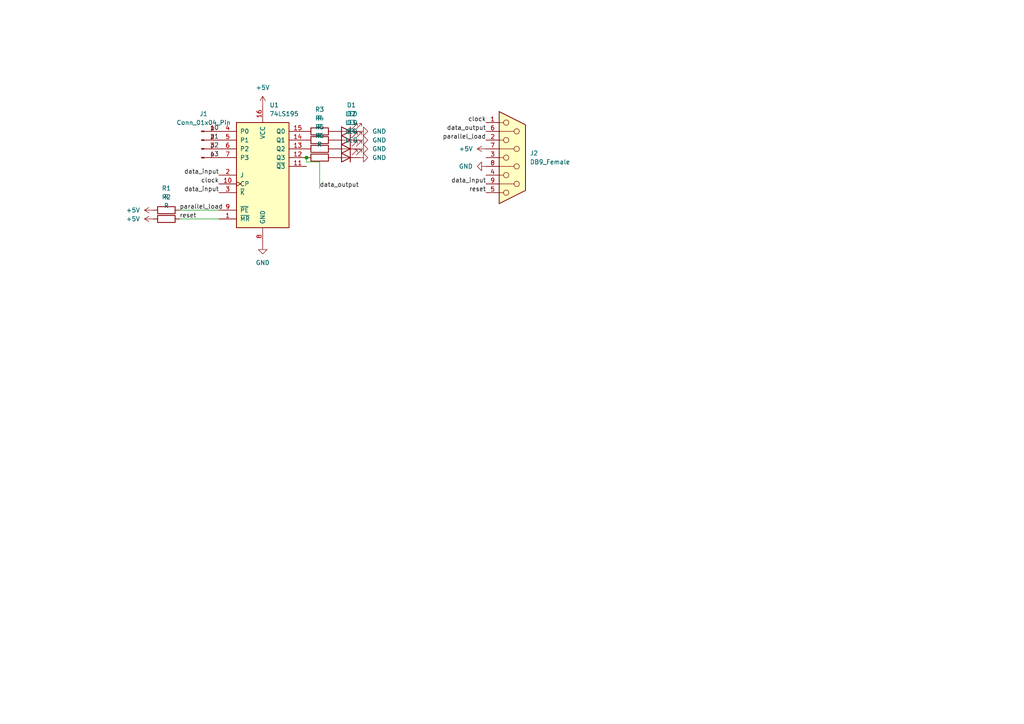
<source format=kicad_sch>
(kicad_sch (version 20230121) (generator eeschema)
  (paper "A4")
  (lib_symbols
    (symbol "74xx:74LS195" (pin_names (offset 1.016))
      (property "Reference" "U" (at -7.62 16.51 0))
      (property "Value" "74LS195" (at -7.62 -16.51 0))
      (symbol "74LS195_1_0"
        (pin input line (at -12.7 -12.7 0) (length 5.08) (name "~{MR}") (number "1"))
        (pin input clock (at -12.7 -2.54 0) (length 5.08) (name "CP") (number "10"))
        (pin output line (at 12.7 2.54 180) (length 5.08) (name "~{Q3}") (number "11"))
        (pin output line (at 12.7 5.08 180) (length 5.08) (name "Q3") (number "12"))
        (pin output line (at 12.7 7.62 180) (length 5.08) (name "Q2") (number "13"))
        (pin output line (at 12.7 10.16 180) (length 5.08) (name "Q1") (number "14"))
        (pin output line (at 12.7 12.7 180) (length 5.08) (name "Q0") (number "15"))
        (pin power_in line (at 0 20.32 270) (length 5.08) (name "VCC") (number "16"))
        (pin input line (at -12.7 0 0) (length 5.08) (name "J") (number "2"))
        (pin input line (at -12.7 -5.08 0) (length 5.08) (name "~{K}") (number "3"))
        (pin input line (at -12.7 12.7 0) (length 5.08) (name "P0") (number "4"))
        (pin input line (at -12.7 10.16 0) (length 5.08) (name "P1") (number "5"))
        (pin input line (at -12.7 7.62 0) (length 5.08) (name "P2") (number "6"))
        (pin input line (at -12.7 5.08 0) (length 5.08) (name "P3") (number "7"))
        (pin power_in line (at 0 -20.32 90) (length 5.08) (name "GND") (number "8"))
        (pin input line (at -12.7 -10.16 0) (length 5.08) (name "~{PE}") (number "9"))
      )
      (symbol "74LS195_1_1"
        (rectangle (start -7.62 15.24) (end 7.62 -15.24) (stroke (width 0.254)) (fill (type background)))
      )
    )
    (symbol "Connector:Conn_01x04_Pin" (pin_names (offset 1.016) hide)
      (property "Reference" "J" (at 0 5.08 0))
      (property "Value" "Conn_01x04_Pin" (at 0 -7.62 0))
      (symbol "Conn_01x04_Pin_1_1"
        (polyline (pts (xy 1.27 -5.08) (xy 0.8636 -5.08)) (stroke (width 0.1524)))
        (polyline (pts (xy 1.27 -2.54) (xy 0.8636 -2.54)) (stroke (width 0.1524)))
        (polyline (pts (xy 1.27 0) (xy 0.8636 0)) (stroke (width 0.1524)))
        (polyline (pts (xy 1.27 2.54) (xy 0.8636 2.54)) (stroke (width 0.1524)))
        (rectangle (start 0.8636 -4.953) (end 0 -5.207) (stroke (width 0.1524)) (fill (type outline)))
        (rectangle (start 0.8636 -2.413) (end 0 -2.667) (stroke (width 0.1524)) (fill (type outline)))
        (rectangle (start 0.8636 0.127) (end 0 -0.127) (stroke (width 0.1524)) (fill (type outline)))
        (rectangle (start 0.8636 2.667) (end 0 2.413) (stroke (width 0.1524)) (fill (type outline)))
        (pin passive line (at 5.08 2.54 180) (length 3.81) (name "Pin_1") (number "1"))
        (pin passive line (at 5.08 0 180) (length 3.81) (name "Pin_2") (number "2"))
        (pin passive line (at 5.08 -2.54 180) (length 3.81) (name "Pin_3") (number "3"))
        (pin passive line (at 5.08 -5.08 180) (length 3.81) (name "Pin_4") (number "4"))
      )
    )
    (symbol "Device:LED" (pin_numbers hide) (pin_names (offset 1.016) hide)
      (property "Reference" "D" (at 0 2.54 0))
      (property "Value" "LED" (at 0 -2.54 0))
      (symbol "LED_0_1"
        (polyline (pts (xy -1.27 -1.27) (xy -1.27 1.27)) (stroke (width 0.254)))
        (polyline (pts (xy -1.27 0) (xy 1.27 0)))
        (polyline (pts (xy 1.27 -1.27) (xy 1.27 1.27) (xy -1.27 0) (xy 1.27 -1.27)) (stroke (width 0.254)))
        (polyline (pts (xy -3.048 -0.762) (xy -4.572 -2.286) (xy -3.81 -2.286) (xy -4.572 -2.286) (xy -4.572 -1.524)))
        (polyline (pts (xy -1.778 -0.762) (xy -3.302 -2.286) (xy -2.54 -2.286) (xy -3.302 -2.286) (xy -3.302 -1.524)))
      )
      (symbol "LED_1_1"
        (pin passive line (at -3.81 0 0) (length 2.54) (name "K") (number "1"))
        (pin passive line (at 3.81 0 180) (length 2.54) (name "A") (number "2"))
      )
    )
    (symbol "Device:R" (pin_numbers hide) (pin_names (offset 0))
      (property "Reference" "R" (at 2.032 0 90))
      (property "Value" "R" (at 0 0 90))
      (symbol "R_0_1"
        (rectangle (start -1.016 -2.54) (end 1.016 2.54) (stroke (width 0.254)))
      )
      (symbol "R_1_1"
        (pin passive line (at 0 3.81 270) (length 1.27) (name "~") (number "1"))
        (pin passive line (at 0 -3.81 90) (length 1.27) (name "~") (number "2"))
      )
    )
    (symbol "Imported_Connectors:DB9_Female" (pin_names (offset 1.016) hide)
      (property "Reference" "J" (at 0 13.97 0))
      (property "Value" "DB9_Female" (at 0 -14.605 0))
      (symbol "DB9_Female_0_1"
        (circle (center -1.778 -10.16) (radius 0.762))
        (circle (center -1.778 -5.08) (radius 0.762))
        (circle (center -1.778 0) (radius 0.762))
        (circle (center -1.778 5.08) (radius 0.762))
        (circle (center -1.778 10.16) (radius 0.762))
        (polyline (pts (xy -3.81 -10.16) (xy -2.54 -10.16)))
        (polyline (pts (xy -3.81 -7.62) (xy 0.508 -7.62)))
        (polyline (pts (xy -3.81 -5.08) (xy -2.54 -5.08)))
        (polyline (pts (xy -3.81 -2.54) (xy 0.508 -2.54)))
        (polyline (pts (xy -3.81 0) (xy -2.54 0)))
        (polyline (pts (xy -3.81 2.54) (xy 0.508 2.54)))
        (polyline (pts (xy -3.81 5.08) (xy -2.54 5.08)))
        (polyline (pts (xy -3.81 7.62) (xy 0.508 7.62)))
        (polyline (pts (xy -3.81 10.16) (xy -2.54 10.16)))
        (polyline (pts (xy -3.81 13.335) (xy -3.81 -13.335) (xy 3.81 -9.525) (xy 3.81 9.525) (xy -3.81 13.335)) (stroke (width 0.254)) (fill (type background)))
        (circle (center 1.27 -7.62) (radius 0.762))
        (circle (center 1.27 -2.54) (radius 0.762))
        (circle (center 1.27 2.54) (radius 0.762))
        (circle (center 1.27 7.62) (radius 0.762))
      )
      (symbol "DB9_Female_1_1"
        (pin passive line (at -7.62 10.16 0) (length 3.81) (name "1") (number "1"))
        (pin passive line (at -7.62 5.08 0) (length 3.81) (name "2") (number "2"))
        (pin passive line (at -7.62 0 0) (length 3.81) (name "3") (number "3"))
        (pin passive line (at -7.62 -5.08 0) (length 3.81) (name "4") (number "4"))
        (pin passive line (at -7.62 -10.16 0) (length 3.81) (name "5") (number "5"))
        (pin passive line (at -7.62 7.62 0) (length 3.81) (name "6") (number "6"))
        (pin passive line (at -7.62 2.54 0) (length 3.81) (name "7") (number "7"))
        (pin passive line (at -7.62 -2.54 0) (length 3.81) (name "8") (number "8"))
        (pin passive line (at -7.62 -7.62 0) (length 3.81) (name "9") (number "9"))
      )
    )
    (symbol "power:+5V" (power) (pin_names (offset 0))
      (property "Value" "+5V" (at 0 3.556 0))
      (symbol "+5V_0_1"
        (polyline (pts (xy -0.762 1.27) (xy 0 2.54)))
        (polyline (pts (xy 0 0) (xy 0 2.54)))
        (polyline (pts (xy 0 2.54) (xy 0.762 1.27)))
      )
      (symbol "+5V_1_1"
        (pin power_in line (at 0 0 90) (length 0) hide (name "+5V") (number "1"))
      )
    )
    (symbol "power:GND" (power) (pin_names (offset 0))
      (property "Value" "GND" (at 0 -3.81 0))
      (symbol "GND_0_1"
        (polyline (pts (xy 0 0) (xy 0 -1.27) (xy 1.27 -1.27) (xy 0 -2.54) (xy -1.27 -1.27) (xy 0 -1.27)))
      )
      (symbol "GND_1_1"
        (pin power_in line (at 0 0 270) (length 0) hide (name "GND") (number "1"))
      )
    )
  )
  (junction (at 88.9 45.72))
  (wire (pts (xy 88.9 45.72) (xy 88.9 46.99)))
  (wire (pts (xy 52.07 60.96) (xy 63.5 60.96)))
  (wire (pts (xy 52.07 63.5) (xy 63.5 63.5)))
  (wire (pts (xy 92.71 46.99) (xy 92.71 54.61)))
  (wire (pts (xy 88.9 46.99) (xy 92.71 46.99)))
  (label "reset" (at 52.07 63.5 0))
  (label "p3" (at 63.5 45.72 180))
  (label "clock" (at 63.5 53.34 180))
  (label "p2" (at 63.5 43.18 180))
  (label "reset" (at 140.97 55.88 180))
  (label "parallel_load" (at 52.07 60.96 0))
  (label "p1" (at 63.5 40.64 180))
  (label "parallel_load" (at 140.97 40.64 180))
  (label "data_output" (at 140.97 38.1 180))
  (label "p0" (at 63.5 38.1 180))
  (label "data_input" (at 63.5 55.88 180))
  (label "data_input" (at 63.5 50.8 180))
  (label "data_output" (at 92.71 54.61 0))
  (label "clock" (at 140.97 35.56 180))
  (label "data_input" (at 140.97 53.34 180))
  (symbol (lib_id "Device:R") (at 92.71 38.1 90) (unit 1)
    (property "Reference" "R3" (at 92.71 31.75 90))
    (property "Value" "R" (at 92.71 34.29 90))
    (property "Footprint" "Resistor_THT:R_Axial_DIN0204_L3.6mm_D1.6mm_P7.62mm_Horizontal" (effects hide))
  )
  (symbol (lib_id "power:+5V") (at 44.45 60.96 90) (unit 1)
    (property "Reference" "#PWR02" (effects hide))
    (property "Value" "+5V" (at 40.64 60.96 90) (effects (justify left)))
  )
  (symbol (lib_id "power:+5V") (at 140.97 43.18 90) (unit 1)
    (property "Reference" "#PWR09" (effects hide))
    (property "Value" "+5V" (at 137.16 43.18 90) (effects (justify left)))
  )
  (symbol (lib_id "Imported_Connectors:DB9_Female") (at 148.59 45.72 0) (unit 1)
    (property "Reference" "J2" (at 153.67 44.45 0) (effects (justify left)))
    (property "Value" "DB9_Female" (at 153.67 46.99 0) (effects (justify left)))
    (property "Footprint" "Connector_Dsub:DSUB-9_Female_Horizontal_P2.77x2.54mm_EdgePinOffset9.40mm" (effects hide))
  )
  (symbol (lib_id "74xx:74LS195") (at 76.2 50.8 0) (unit 1)
    (property "Reference" "U1" (at 78.1559 30.48 0) (effects (justify left)))
    (property "Value" "74LS195" (at 78.1559 33.02 0) (effects (justify left)))
    (property "Footprint" "Package_DIP:DIP-16_W7.62mm" (effects hide))
    (property "Datasheet" "http://www.ti.com/lit/gpn/sn74LS195" (effects hide))
  )
  (symbol (lib_id "power:GND") (at 104.14 45.72 90) (unit 1)
    (property "Reference" "#PWR08" (effects hide))
    (property "Value" "GND" (at 107.95 45.72 90) (effects (justify right)))
  )
  (symbol (lib_id "power:GND") (at 104.14 43.18 90) (unit 1)
    (property "Reference" "#PWR07" (effects hide))
    (property "Value" "GND" (at 107.95 43.18 90) (effects (justify right)))
  )
  (symbol (lib_id "Device:LED") (at 100.33 38.1 180) (unit 1)
    (property "Reference" "D1" (at 101.9175 30.48 0))
    (property "Value" "LED" (at 101.9175 33.02 0))
    (property "Footprint" "LED_THT:LED_D5.0mm" (effects hide))
  )
  (symbol (lib_id "power:+5V") (at 44.45 63.5 90) (unit 1)
    (property "Reference" "#PWR03" (effects hide))
    (property "Value" "+5V" (at 40.64 63.5 90) (effects (justify left)))
  )
  (symbol (lib_id "Connector:Conn_01x04_Pin") (at 58.42 40.64 0) (unit 1)
    (property "Reference" "J1" (at 59.055 33.02 0))
    (property "Value" "Conn_01x04_Pin" (at 59.055 35.56 0))
    (property "Footprint" "Connector_PinHeader_2.54mm:PinHeader_1x04_P2.54mm_Vertical" (effects hide))
  )
  (symbol (lib_id "Device:LED") (at 100.33 40.64 180) (unit 1)
    (property "Reference" "D2" (at 101.9175 33.02 0))
    (property "Value" "LED" (at 101.9175 35.56 0))
    (property "Footprint" "LED_THT:LED_D5.0mm" (effects hide))
  )
  (symbol (lib_id "Device:LED") (at 100.33 45.72 180) (unit 1)
    (property "Reference" "D4" (at 101.9175 38.1 0))
    (property "Value" "LED" (at 101.9175 40.64 0))
    (property "Footprint" "LED_THT:LED_D5.0mm" (effects hide))
  )
  (symbol (lib_id "Device:LED") (at 100.33 43.18 180) (unit 1)
    (property "Reference" "D3" (at 101.9175 35.56 0))
    (property "Value" "LED" (at 101.9175 38.1 0))
    (property "Footprint" "LED_THT:LED_D5.0mm" (effects hide))
  )
  (symbol (lib_id "Device:R") (at 92.71 43.18 90) (unit 1)
    (property "Reference" "R5" (at 92.71 36.83 90))
    (property "Value" "R" (at 92.71 39.37 90))
    (property "Footprint" "Resistor_THT:R_Axial_DIN0204_L3.6mm_D1.6mm_P7.62mm_Horizontal" (effects hide))
  )
  (symbol (lib_id "Device:R") (at 92.71 45.72 90) (unit 1)
    (property "Reference" "R6" (at 92.71 39.37 90))
    (property "Value" "R" (at 92.71 41.91 90))
    (property "Footprint" "Resistor_THT:R_Axial_DIN0204_L3.6mm_D1.6mm_P7.62mm_Horizontal" (effects hide))
  )
  (symbol (lib_id "power:GND") (at 140.97 48.26 270) (unit 1)
    (property "Reference" "#PWR011" (effects hide))
    (property "Value" "GND" (at 137.16 48.26 90) (effects (justify right)))
  )
  (symbol (lib_id "power:GND") (at 104.14 40.64 90) (unit 1)
    (property "Reference" "#PWR06" (effects hide))
    (property "Value" "GND" (at 107.95 40.64 90) (effects (justify right)))
  )
  (symbol (lib_id "Device:R") (at 48.26 60.96 90) (unit 1)
    (property "Reference" "R1" (at 48.26 54.61 90))
    (property "Value" "R" (at 48.26 57.15 90))
    (property "Footprint" "Resistor_THT:R_Axial_DIN0204_L3.6mm_D1.6mm_P7.62mm_Horizontal" (effects hide))
  )
  (symbol (lib_id "Device:R") (at 92.71 40.64 90) (unit 1)
    (property "Reference" "R4" (at 92.71 34.29 90))
    (property "Value" "R" (at 92.71 36.83 90))
    (property "Footprint" "Resistor_THT:R_Axial_DIN0204_L3.6mm_D1.6mm_P7.62mm_Horizontal" (effects hide))
  )
  (symbol (lib_id "Device:R") (at 48.26 63.5 90) (unit 1)
    (property "Reference" "R2" (at 48.26 57.15 90))
    (property "Value" "R" (at 48.26 59.69 90))
    (property "Footprint" "Resistor_THT:R_Axial_DIN0204_L3.6mm_D1.6mm_P7.62mm_Horizontal" (effects hide))
  )
  (symbol (lib_id "power:+5V") (at 76.2 30.48 0) (unit 1)
    (property "Reference" "#PWR01" (effects hide))
    (property "Value" "+5V" (at 76.2 25.4 0))
  )
  (symbol (lib_id "power:GND") (at 104.14 38.1 90) (unit 1)
    (property "Reference" "#PWR05" (effects hide))
    (property "Value" "GND" (at 107.95 38.1 90) (effects (justify right)))
  )
  (symbol (lib_id "power:GND") (at 76.2 71.12 0) (unit 1)
    (property "Reference" "#PWR04" (effects hide))
    (property "Value" "GND" (at 76.2 76.2 0))
  )
)
</source>
